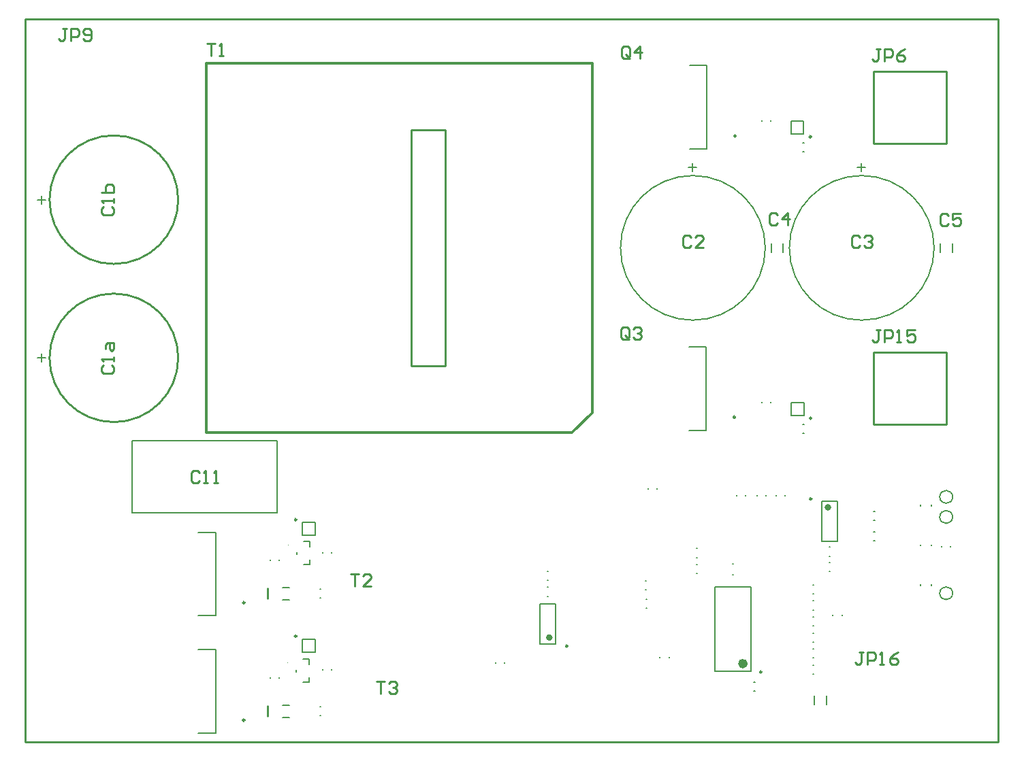
<source format=gto>
G04*
G04 #@! TF.GenerationSoftware,Altium Limited,Altium Designer,18.1.7 (191)*
G04*
G04 Layer_Color=65535*
%FSLAX44Y44*%
%MOMM*%
G71*
G01*
G75*
%ADD10C,0.6000*%
%ADD11C,0.2500*%
%ADD12C,0.2000*%
%ADD13C,0.1000*%
%ADD14C,0.2540*%
%ADD15C,0.1270*%
%ADD16C,0.4000*%
%ADD17C,0.3000*%
%ADD18C,0.1500*%
D10*
X895250Y97500D02*
G03*
X895250Y97500I-3000J0D01*
G01*
D11*
X915750Y87050D02*
G03*
X915750Y87050I-1250J0D01*
G01*
X272750Y27050D02*
G03*
X272750Y27050I-1250J0D01*
G01*
X337250Y131600D02*
G03*
X337250Y131600I-1250J0D01*
G01*
X977250Y753400D02*
G03*
X977250Y753400I-1250J0D01*
G01*
X977750Y403000D02*
G03*
X977750Y403000I-1250J0D01*
G01*
X883750Y754350D02*
G03*
X883750Y754350I-1250J0D01*
G01*
X882750Y404350D02*
G03*
X882750Y404350I-1250J0D01*
G01*
X272750Y173350D02*
G03*
X272750Y173350I-1250J0D01*
G01*
X337350Y276600D02*
G03*
X337350Y276600I-1250J0D01*
G01*
X674250Y119400D02*
G03*
X674250Y119400I-1250J0D01*
G01*
X977750Y302550D02*
G03*
X977750Y302550I-1250J0D01*
G01*
D12*
X920000Y615000D02*
G03*
X920000Y615000I-90000J0D01*
G01*
X1130000D02*
G03*
X1130000Y615000I-90000J0D01*
G01*
X927500Y609500D02*
Y620500D01*
X942500Y609500D02*
Y620500D01*
X857750Y192500D02*
X902250D01*
X857750Y87500D02*
X902250D01*
X857750D02*
Y192500D01*
X902250Y87500D02*
Y192500D01*
X944500Y306000D02*
Y307000D01*
X933500Y306000D02*
Y307000D01*
X909500Y306000D02*
Y307000D01*
X920500Y306000D02*
Y307000D01*
X906000Y74750D02*
X907000D01*
X906000Y63250D02*
X907000D01*
X774500Y314500D02*
Y315500D01*
X785500Y314500D02*
Y315500D01*
X771000Y200500D02*
X772000D01*
X771000Y189500D02*
X772000D01*
X979500Y84500D02*
X980500D01*
X979500Y95500D02*
X980500D01*
X834500Y220500D02*
X835500D01*
X834500Y209500D02*
X835500D01*
X979500Y144500D02*
X980500D01*
X979500Y155500D02*
X980500D01*
X926500Y773000D02*
Y774000D01*
X915500Y773000D02*
Y774000D01*
X926500Y422600D02*
Y423600D01*
X915500Y422600D02*
Y423600D01*
X380500Y235000D02*
Y236000D01*
X369500Y235000D02*
Y236000D01*
X380500Y89500D02*
Y90500D01*
X369500Y89500D02*
Y90500D01*
X315500Y226000D02*
Y227000D01*
X304500Y226000D02*
Y227000D01*
X315500Y79500D02*
Y80500D01*
X304500Y79500D02*
Y80500D01*
X981000Y46500D02*
Y57500D01*
X996000Y46500D02*
Y57500D01*
X320000Y45750D02*
X328000D01*
X320000Y30250D02*
X328000D01*
X366000Y32502D02*
X367000D01*
X366000Y43502D02*
X367000D01*
X215000Y10700D02*
X236500D01*
X215000Y114700D02*
X236500D01*
Y10700D02*
Y114700D01*
X360150Y112000D02*
Y128000D01*
X344550Y112000D02*
X360150D01*
X344550Y128000D02*
X360150D01*
X344550Y112000D02*
Y128000D01*
X337000Y87000D02*
Y90000D01*
X353000Y96500D02*
Y103000D01*
X345100D02*
X353000D01*
X345100Y74000D02*
X353000D01*
Y80500D01*
X951850Y757000D02*
Y773000D01*
X967450D01*
X951850Y757000D02*
X967450D01*
Y773000D01*
X952350Y406600D02*
Y422600D01*
X967950D01*
X952350Y406600D02*
X967950D01*
Y422600D01*
X1137500Y609500D02*
Y620500D01*
X1152500Y609500D02*
Y620500D01*
X826000Y738000D02*
X847500D01*
X826000Y842000D02*
X847500D01*
Y738000D02*
Y842000D01*
X825000Y388000D02*
X846500D01*
X825000Y492000D02*
X846500D01*
Y388000D02*
Y492000D01*
X320000Y192200D02*
X328000D01*
X320000Y176700D02*
X328000D01*
X967000Y745500D02*
X968000D01*
X967000Y734500D02*
X968000D01*
X967000Y395100D02*
X968000D01*
X967000Y384100D02*
X968000D01*
X366000Y178950D02*
X367000D01*
X366000Y189950D02*
X367000D01*
X215000Y157000D02*
X236500D01*
X215000Y261000D02*
X236500D01*
Y157000D02*
Y261000D01*
X360250Y257000D02*
Y273000D01*
X344650Y257000D02*
X360250D01*
X344650Y273000D02*
X360250D01*
X344650Y257000D02*
Y273000D01*
X337550Y233500D02*
Y236500D01*
X353550Y243000D02*
Y249500D01*
X345650D02*
X353550D01*
X345650Y220500D02*
X353550D01*
Y227000D01*
X879500Y208500D02*
X880500D01*
X879500Y221500D02*
X880500D01*
X1113500Y294000D02*
Y295000D01*
X1126500Y294000D02*
Y295000D01*
X895500Y306000D02*
Y307000D01*
X884500Y306000D02*
Y307000D01*
X1150750Y242500D02*
Y243500D01*
X1139250Y242500D02*
Y243500D01*
X1113500Y244500D02*
Y245500D01*
X1126500Y244500D02*
Y245500D01*
X979500Y195750D02*
X980500D01*
X979500Y184250D02*
X980500D01*
X133000Y375000D02*
X313000D01*
X133000Y285000D02*
X313000D01*
X133000D02*
Y375000D01*
X313000Y285000D02*
Y375000D01*
X1113500Y195000D02*
Y196000D01*
X1126500Y195000D02*
Y196000D01*
X771500Y166250D02*
X772500D01*
X771500Y177750D02*
X772500D01*
X595500Y98000D02*
Y99000D01*
X584500Y98000D02*
Y99000D01*
X639500Y171950D02*
X659500D01*
X639500Y121950D02*
X659500D01*
X639500D02*
Y171950D01*
X659500Y121950D02*
Y171950D01*
X649000Y192700D02*
X650000D01*
X649000Y181200D02*
X650000D01*
X649000Y212700D02*
X650000D01*
X649000Y201200D02*
X650000D01*
X979500Y104500D02*
X980500D01*
X979500Y115500D02*
X980500D01*
X979500Y175750D02*
X980500D01*
X979500Y164250D02*
X980500D01*
X834500Y240750D02*
X835500D01*
X834500Y229250D02*
X835500D01*
X1004250Y157500D02*
Y158500D01*
X1015750Y157500D02*
Y158500D01*
X979500Y135750D02*
X980500D01*
X979500Y124250D02*
X980500D01*
X990000Y250000D02*
X1010000D01*
X990000Y300000D02*
X1010000D01*
Y250000D02*
Y300000D01*
X990000Y250000D02*
Y300000D01*
X1055000Y275500D02*
X1056000D01*
X1055000Y286500D02*
X1056000D01*
X1055000Y250450D02*
X1056000D01*
X1055000Y261450D02*
X1056000D01*
X999500Y231250D02*
X1000500D01*
X999500Y242750D02*
X1000500D01*
X999500Y212250D02*
X1000500D01*
X999500Y223750D02*
X1000500D01*
X800750Y104500D02*
Y105500D01*
X789250Y104500D02*
Y105500D01*
D13*
X326400Y98660D02*
G03*
X326400Y98660I-500J0D01*
G01*
X326950Y245160D02*
G03*
X326950Y245160I-500J0D01*
G01*
D14*
X190000Y478100D02*
G03*
X190000Y478100I-80000J0D01*
G01*
Y675000D02*
G03*
X190000Y675000I-80000J0D01*
G01*
X301000Y31650D02*
Y44350D01*
X1055000Y835000D02*
X1145002D01*
Y745000D02*
Y835000D01*
X1055000Y745000D02*
X1145002D01*
X1055000D02*
Y835000D01*
X301000Y178100D02*
Y190800D01*
X1055000Y485000D02*
X1145002D01*
Y395000D02*
Y485000D01*
X1055000Y395000D02*
X1145002D01*
X1055000D02*
Y485000D01*
X436752Y75407D02*
X446909D01*
X441830D01*
Y60172D01*
X451987Y72868D02*
X454526Y75407D01*
X459605D01*
X462144Y72868D01*
Y70329D01*
X459605Y67790D01*
X457065D01*
X459605D01*
X462144Y65250D01*
Y62711D01*
X459605Y60172D01*
X454526D01*
X451987Y62711D01*
X404748Y209265D02*
X414905D01*
X409826D01*
Y194030D01*
X430140D02*
X419983D01*
X430140Y204187D01*
Y206726D01*
X427601Y209265D01*
X422522D01*
X419983Y206726D01*
X225926Y869365D02*
X236083D01*
X231004D01*
Y854130D01*
X241161D02*
X246239D01*
X243700D01*
Y869365D01*
X241161Y866826D01*
X751465Y853629D02*
Y863786D01*
X748926Y866325D01*
X743847D01*
X741308Y863786D01*
Y853629D01*
X743847Y851090D01*
X748926D01*
X746386Y856168D02*
X751465Y851090D01*
X748926D02*
X751465Y853629D01*
X764161Y851090D02*
Y866325D01*
X756543Y858708D01*
X766700D01*
X750571Y503627D02*
Y513784D01*
X748031Y516323D01*
X742953D01*
X740414Y513784D01*
Y503627D01*
X742953Y501088D01*
X748031D01*
X745492Y506166D02*
X750571Y501088D01*
X748031D02*
X750571Y503627D01*
X755649Y513784D02*
X758188Y516323D01*
X763267D01*
X765806Y513784D01*
Y511245D01*
X763267Y508705D01*
X760727D01*
X763267D01*
X765806Y506166D01*
Y503627D01*
X763267Y501088D01*
X758188D01*
X755649Y503627D01*
X1041749Y111823D02*
X1036670D01*
X1039210D01*
Y99127D01*
X1036670Y96588D01*
X1034131D01*
X1031592Y99127D01*
X1046827Y96588D02*
Y111823D01*
X1054445D01*
X1056984Y109284D01*
Y104206D01*
X1054445Y101666D01*
X1046827D01*
X1062062Y96588D02*
X1067141D01*
X1064601D01*
Y111823D01*
X1062062Y109284D01*
X1084915Y111823D02*
X1079836Y109284D01*
X1074758Y104206D01*
Y99127D01*
X1077297Y96588D01*
X1082376D01*
X1084915Y99127D01*
Y101666D01*
X1082376Y104206D01*
X1074758D01*
X1063113Y512541D02*
X1058034D01*
X1060574D01*
Y499845D01*
X1058034Y497306D01*
X1055495D01*
X1052956Y499845D01*
X1068191Y497306D02*
Y512541D01*
X1075809D01*
X1078348Y510002D01*
Y504924D01*
X1075809Y502384D01*
X1068191D01*
X1083426Y497306D02*
X1088504D01*
X1085965D01*
Y512541D01*
X1083426Y510002D01*
X1106279Y512541D02*
X1096122D01*
Y504924D01*
X1101200Y507463D01*
X1103740D01*
X1106279Y504924D01*
Y499845D01*
X1103740Y497306D01*
X1098661D01*
X1096122Y499845D01*
X51685Y887901D02*
X46606D01*
X49145D01*
Y875205D01*
X46606Y872666D01*
X44067D01*
X41528Y875205D01*
X56763Y872666D02*
Y887901D01*
X64381D01*
X66920Y885362D01*
Y880284D01*
X64381Y877744D01*
X56763D01*
X71998Y875205D02*
X74537Y872666D01*
X79616D01*
X82155Y875205D01*
Y885362D01*
X79616Y887901D01*
X74537D01*
X71998Y885362D01*
Y882823D01*
X74537Y880284D01*
X82155D01*
X1063113Y862553D02*
X1058034D01*
X1060574D01*
Y849857D01*
X1058034Y847318D01*
X1055495D01*
X1052956Y849857D01*
X1068191Y847318D02*
Y862553D01*
X1075809D01*
X1078348Y860014D01*
Y854936D01*
X1075809Y852396D01*
X1068191D01*
X1093583Y862553D02*
X1088504Y860014D01*
X1083426Y854936D01*
Y849857D01*
X1085965Y847318D01*
X1091044D01*
X1093583Y849857D01*
Y852396D01*
X1091044Y854936D01*
X1083426D01*
X216531Y334996D02*
X213992Y337535D01*
X208913D01*
X206374Y334996D01*
Y324839D01*
X208913Y322300D01*
X213992D01*
X216531Y324839D01*
X221609Y322300D02*
X226687D01*
X224148D01*
Y337535D01*
X221609Y334996D01*
X234305Y322300D02*
X239383D01*
X236844D01*
Y337535D01*
X234305Y334996D01*
X1147949Y655544D02*
X1145409Y658083D01*
X1140331D01*
X1137792Y655544D01*
Y645387D01*
X1140331Y642848D01*
X1145409D01*
X1147949Y645387D01*
X1163184Y658083D02*
X1153027D01*
Y650465D01*
X1158105Y653005D01*
X1160645D01*
X1163184Y650465D01*
Y645387D01*
X1160645Y642848D01*
X1155566D01*
X1153027Y645387D01*
X935157Y655624D02*
X932617Y658163D01*
X927539D01*
X925000Y655624D01*
Y645467D01*
X927539Y642928D01*
X932617D01*
X935157Y645467D01*
X947853Y642928D02*
Y658163D01*
X940235Y650546D01*
X950392D01*
X1037459Y627844D02*
X1034920Y630383D01*
X1029841D01*
X1027302Y627844D01*
Y617687D01*
X1029841Y615148D01*
X1034920D01*
X1037459Y617687D01*
X1042537Y627844D02*
X1045076Y630383D01*
X1050155D01*
X1052694Y627844D01*
Y625305D01*
X1050155Y622766D01*
X1047615D01*
X1050155D01*
X1052694Y620226D01*
Y617687D01*
X1050155Y615148D01*
X1045076D01*
X1042537Y617687D01*
X827401Y627844D02*
X824862Y630383D01*
X819783D01*
X817244Y627844D01*
Y617687D01*
X819783Y615148D01*
X824862D01*
X827401Y617687D01*
X842636Y615148D02*
X832479D01*
X842636Y625305D01*
Y627844D01*
X840097Y630383D01*
X835018D01*
X832479Y627844D01*
X97412Y666161D02*
X94873Y663622D01*
Y658543D01*
X97412Y656004D01*
X107569D01*
X110108Y658543D01*
Y663622D01*
X107569Y666161D01*
X110108Y671239D02*
Y676317D01*
Y673778D01*
X94873D01*
X97412Y671239D01*
X94873Y683935D02*
X110108D01*
Y691553D01*
X107569Y694092D01*
X105030D01*
X102491D01*
X99951Y691553D01*
Y683935D01*
X97412Y469175D02*
X94873Y466636D01*
Y461557D01*
X97412Y459018D01*
X107569D01*
X110108Y461557D01*
Y466636D01*
X107569Y469175D01*
X110108Y474253D02*
Y479331D01*
Y476792D01*
X94873D01*
X97412Y474253D01*
X99951Y489488D02*
Y494566D01*
X102491Y497106D01*
X110108D01*
Y489488D01*
X107569Y486949D01*
X105030Y489488D01*
Y497106D01*
X480000Y761900D02*
X521900D01*
X521900Y468100D02*
X521900Y761900D01*
X480000Y468100D02*
X521900D01*
X480000D02*
X480000Y761900D01*
X0Y0D02*
Y900000D01*
X1210000D01*
X1210000Y0D01*
X0D02*
X1210000D01*
D15*
X1153001Y305000D02*
G03*
X1153001Y305000I-8001J0D01*
G01*
Y280000D02*
G03*
X1153001Y280000I-8001J0D01*
G01*
Y185000D02*
G03*
X1153001Y185000I-8001J0D01*
G01*
D16*
X653500Y129950D02*
G03*
X653500Y129950I-2000J0D01*
G01*
X1000000Y292000D02*
G03*
X1000000Y292000I-2000J0D01*
G01*
D17*
X225000Y845000D02*
X705000D01*
X225000Y385000D02*
Y845000D01*
X705000Y410000D02*
Y845000D01*
X680000Y385000D02*
X705000Y410000D01*
X225000Y385000D02*
X680000D01*
D18*
X829502Y710000D02*
Y719997D01*
X824504Y714998D02*
X834501D01*
X25250Y477972D02*
X15253D01*
X20252Y472974D02*
Y482971D01*
X1039502Y710000D02*
Y719997D01*
X1034504Y714998D02*
X1044501D01*
X25250Y674872D02*
X15253D01*
X20252Y669874D02*
Y679871D01*
M02*

</source>
